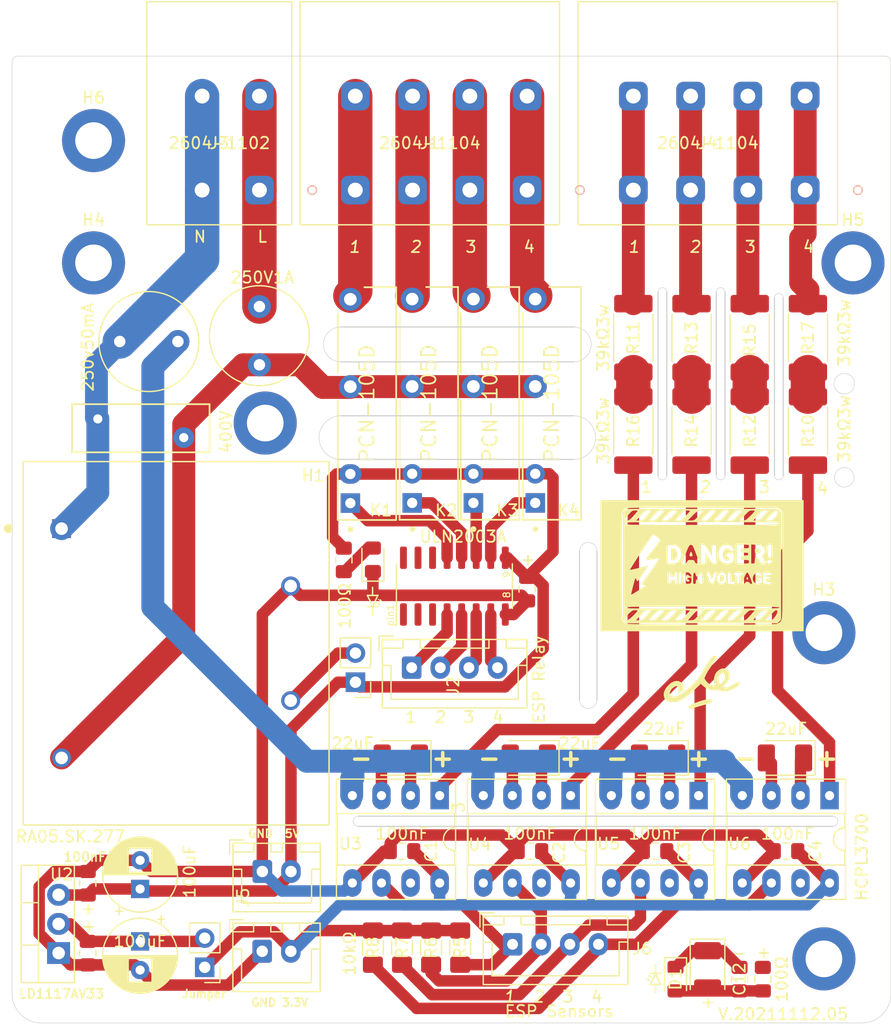
<source format=kicad_pcb>
(kicad_pcb (version 20171130) (host pcbnew "(5.1.12)-1")
  (layers (0 F.Cu signal) (31 B.Cu signal) (34 B.Paste user hide) (35 F.Paste user hide) (36 B.SilkS user hide) (37 F.SilkS user) (38 B.Mask user hide) (39 F.Mask user hide) (44 Edge.Cuts user))
  (net 0 "")
  (net 1 "220VAC(L)")
  (net 2 "220VAC(N)")
  (net 3 5V+)
  (net 4 3.3V+)
  (net 5 Sens4)
  (net 6 Sens3)
  (net 7 Sens2)
  (net 8 Sens1)
  (net 9 REO4)
  (net 10 REO3)
  (net 11 REO2)
  (net 12 REO1)
  (net 13 "GND(5V)")
  (net 14 REI1)
  (net 15 REI2)
  (net 16 REI3)
  (net 17 REI4)
  (net 18 EspSens1)
  (net 19 EspSens2)
  (net 20 EspSens3)
  (net 21 EspSens4)
  (net 22 EspRel1)
  (net 23 EspRel2)
  (net 24 EspRel3)
  (net 25 EspRel4)
  (net 26 "Net-(D9-Pad2)")
  (net 27 "Net-(J9-Pad2)")
  (net 28 "Net-(100uF_2-Pad1)")
  (net 29 "Net-(R10-Pad1)")
  (net 30 "Net-(R11-Pad2)")
  (net 31 "Net-(R12-Pad1)")
  (net 32 "Net-(R13-Pad2)")
  (net 33 "Net-(R10-Pad2)")
  (net 34 "Net-(R12-Pad2)")
  (net 35 "Net-(R14-Pad2)")
  (net 36 "Net-(R16-Pad2)")
  (net 37 "Net-(C8-Pad2)")
  (net 38 "Net-(C8-Pad1)")
  (net 39 "Net-(C9-Pad2)")
  (net 40 "Net-(C9-Pad1)")
  (net 41 "Net-(C10-Pad2)")
  (net 42 "Net-(C10-Pad1)")
  (net 43 "Net-(C11-Pad2)")
  (net 44 "Net-(C11-Pad1)")
  (net 45 L_IN)
  (net 46 N_IN)
  (net 47 "Net-(C12-Pad2)")
  (net 48 "Net-(C12-Pad1)")
  (module MountingHole:MountingHole_3.2mm_M3_ISO14580_Pad (layer F.Cu) (at 132.2705 74.7395)
    (fp_text reference H6 (at 0 -3.75) (layer F.SilkS))
    (fp_text value MountingHole_Pad)
    (pad 1 thru_hole circle (at 0 0) (size 5.5 5.5) (drill 3.2) (layers *.Cu *.Mask))
  )
  (module MountingHole:MountingHole_3.2mm_M3_ISO14580_Pad (layer F.Cu) (at 198.5645 85.4075)
    (fp_text reference H5 (at 0 -3.75) (layer F.SilkS))
    (fp_text value MountingHole_Pad)
    (pad 1 thru_hole circle (at 0 0) (size 5.5 5.5) (drill 3.2) (layers *.Cu *.Mask))
  )
  (module MountingHole:MountingHole_3.2mm_M3_ISO14580_Pad (layer F.Cu) (at 132.2705 85.4075)
    (fp_text reference H4 (at 0 -3.75) (layer F.SilkS))
    (fp_text value MountingHole_Pad)
    (pad 1 thru_hole circle (at 0 0) (size 5.5 5.5) (drill 3.2) (layers *.Cu *.Mask))
  )
  (module wago-2604-1104:big_pads_2604-1104 (layer F.Cu) (at 194.3875 79.0575 180)
    (fp_text reference J4 (at 8.499998 4.099999) (layer F.SilkS))
    (fp_text value 2604-1104 (at 8.499998 4.099999) (layer F.SilkS))
    (fp_text user * (at 0 0) (layer F.SilkS))
    (pad 1 thru_hole roundrect (at 0 0 180) (size 2.5 2.5) (drill 1.2954) (layers *.Cu *.Mask) (net 5 Sens4))
    (pad 3 thru_hole roundrect (at 5 0 180) (size 2.5 2.5) (drill 1.2954) (layers *.Cu *.Mask) (net 6 Sens3))
    (pad 5 thru_hole roundrect (at 10 0 180) (size 2.5 2.5) (drill 1.2954) (layers *.Cu *.Mask) (net 7 Sens2))
    (pad 7 thru_hole roundrect (at 15 0 180) (size 2.5 2.5) (drill 1.2954) (layers *.Cu *.Mask) (net 8 Sens1))
    (pad 2 thru_hole roundrect (at 0 8.199999 180) (size 2.5 2.5) (drill 1.2954) (layers *.Cu *.Mask) (net 5 Sens4))
    (pad 4 thru_hole roundrect (at 5 8.199999 180) (size 2.5 2.5) (drill 1.2954) (layers *.Cu *.Mask) (net 6 Sens3))
    (pad 6 thru_hole roundrect (at 10 8.199999 180) (size 2.5 2.5) (drill 1.2954) (layers *.Cu *.Mask) (net 7 Sens2))
    (pad 8 thru_hole roundrect (at 15 8.199999 180) (size 2.5 2.5) (drill 1.2954) (layers *.Cu *.Mask) (net 8 Sens1))
  )
  (module wago-2604-1102:big_pads_2604-1102 (layer F.Cu) (at 146.7485 79.0575 180)
    (fp_text reference J3 (at 3.499998 4.099999) (layer F.SilkS))
    (fp_text value 2604-1102 (at 3.499998 4.099999) (layer F.SilkS))
    (fp_text user * (at 0 0) (layer F.SilkS))
    (pad 1 thru_hole roundrect (at 0 0 180) (size 2.5 2.5) (drill 1.2954) (layers *.Cu *.Mask) (net 45 L_IN))
    (pad 3 thru_hole roundrect (at 5 0 180) (size 2.5 2.5) (drill 1.2954) (layers *.Cu *.Mask) (net 46 N_IN))
    (pad 2 thru_hole roundrect (at 0 8.199999 180) (size 2.5 2.5) (drill 1.2954) (layers *.Cu *.Mask) (net 45 L_IN))
    (pad 4 thru_hole roundrect (at 5 8.199999 180) (size 2.5 2.5) (drill 1.2954) (layers *.Cu *.Mask) (net 46 N_IN))
  )
  (module wago-2604-1104:big_pads_2604-1104 (layer F.Cu) (at 170.1165 79.0575 180)
    (fp_text reference J1 (at 8.499998 4.099999) (layer F.SilkS))
    (fp_text value 2604-1104 (at 8.499998 4.099999) (layer F.SilkS))
    (fp_text user * (at 0 0) (layer F.SilkS))
    (pad 1 thru_hole roundrect (at 0 0 180) (size 2.5 2.5) (drill 1.2954) (layers *.Cu *.Mask) (net 9 REO4))
    (pad 3 thru_hole roundrect (at 5 0 180) (size 2.5 2.5) (drill 1.2954) (layers *.Cu *.Mask) (net 10 REO3))
    (pad 5 thru_hole roundrect (at 10 0 180) (size 2.5 2.5) (drill 1.2954) (layers *.Cu *.Mask) (net 11 REO2))
    (pad 7 thru_hole roundrect (at 15 0 180) (size 2.5 2.5) (drill 1.2954) (layers *.Cu *.Mask) (net 12 REO1))
    (pad 2 thru_hole roundrect (at 0 8.199999 180) (size 2.5 2.5) (drill 1.2954) (layers *.Cu *.Mask) (net 9 REO4))
    (pad 4 thru_hole roundrect (at 5 8.199999 180) (size 2.5 2.5) (drill 1.2954) (layers *.Cu *.Mask) (net 10 REO3))
    (pad 6 thru_hole roundrect (at 10 8.199999 180) (size 2.5 2.5) (drill 1.2954) (layers *.Cu *.Mask) (net 11 REO2))
    (pad 8 thru_hole roundrect (at 15 8.199999 180) (size 2.5 2.5) (drill 1.2954) (layers *.Cu *.Mask) (net 12 REO1))
  )
  (module PCN:bigpads_TE_Connectivity-PCN-124D (layer F.Cu) (at 156.136 97.682499 90)
    (fp_text reference K1 (at -9.315001 2.2965) (layer F.SilkS) (effects (justify right)))
    (fp_text value PCN-105D (at 0 0 90) (layer F.SilkS) (effects (font (size 1.27 1.27))))
    (pad A1 thru_hole rect (at -8.680001 -1.45 90) (size 1.7 1.7) (drill 0.9) (layers *.Cu *.Mask) (net 14 REI1))
    (pad A2 thru_hole oval (at -6.140001 -1.45 90) (size 1.7 1.95) (drill 0.9) (layers *.Cu *.Mask) (net 3 5V+))
    (pad 14 thru_hole circle (at 1.479999 -1.45 90) (size 2 2) (drill 1.1) (layers *.Cu *.Mask) (net 1 "220VAC(L)"))
    (pad 11 thru_hole circle (at 9.099999 -1.45 90) (size 2 2) (drill 1.1) (layers *.Cu *.Mask) (net 12 REO1))
  )
  (module PCN:bigpads_TE_Connectivity-PCN-124D (layer F.Cu) (at 172.2755 97.663 90)
    (fp_text reference K4 (at -9.3345 0.381 180) (layer F.SilkS) (effects (justify left)))
    (fp_text value PCN-105D (at 0 0 90) (layer F.SilkS) (effects (font (size 1.27 1.27))))
    (pad A1 thru_hole rect (at -8.680001 -1.45 90) (size 1.7 1.7) (drill 0.9) (layers *.Cu *.Mask) (net 17 REI4))
    (pad A2 thru_hole circle (at -6.140001 -1.45 90) (size 1.7 1.7) (drill 0.9) (layers *.Cu *.Mask) (net 3 5V+))
    (pad 14 thru_hole circle (at 1.479999 -1.45 90) (size 2 2) (drill 1.1) (layers *.Cu *.Mask) (net 1 "220VAC(L)"))
    (pad 11 thru_hole circle (at 9.099999 -1.45 90) (size 2 2) (drill 1.1) (layers *.Cu *.Mask) (net 9 REO4))
  )
  (module PCN:bigpads_TE_Connectivity-PCN-124D (layer F.Cu) (at 166.878 97.663 90)
    (fp_text reference K3 (at -9.3345 0.4445 180) (layer F.SilkS) (effects (justify left)))
    (fp_text value PCN-105D (at 0 0 90) (layer F.SilkS) (effects (font (size 1.27 1.27))))
    (pad A1 thru_hole rect (at -8.680001 -1.45 90) (size 1.7 1.7) (drill 0.9) (layers *.Cu *.Mask) (net 16 REI3))
    (pad A2 thru_hole circle (at -6.140001 -1.45 90) (size 1.7 1.7) (drill 0.9) (layers *.Cu *.Mask) (net 3 5V+))
    (pad 14 thru_hole circle (at 1.479999 -1.45 90) (size 2 2) (drill 1.1) (layers *.Cu *.Mask) (net 1 "220VAC(L)"))
    (pad 11 thru_hole circle (at 9.099999 -1.45 90) (size 2 2) (drill 1.1) (layers *.Cu *.Mask) (net 10 REO3))
  )
  (module PCN:bigpads_TE_Connectivity-PCN-124D (layer F.Cu) (at 161.5335 97.663 90)
    (fp_text reference K2 (at -9.3345 0.455 180) (layer F.SilkS) (effects (justify left)))
    (fp_text value PCN-105D (at 0 0 90) (layer F.SilkS) (effects (font (size 1.27 1.27))))
    (pad A1 thru_hole rect (at -8.680001 -1.45 90) (size 1.7 1.7) (drill 0.9) (layers *.Cu *.Mask) (net 15 REI2))
    (pad A2 thru_hole circle (at -6.140001 -1.45 90) (size 1.7 1.7) (drill 0.9) (layers *.Cu *.Mask) (net 3 5V+))
    (pad 14 thru_hole circle (at 1.479999 -1.45 90) (size 2 2) (drill 1.1) (layers *.Cu *.Mask) (net 1 "220VAC(L)"))
    (pad 11 thru_hole circle (at 9.099999 -1.45 90) (size 2 2) (drill 1.1) (layers *.Cu *.Mask) (net 11 REO2))
  )
  (module icons:led_6000dpi (layer F.Cu) (at 181.1655 147.828 90)
    (fp_text reference G*** hide)
    (fp_text value LOGO hide)
  )
  (module Resistor_SMD:R_0805_2012Metric_Pad1.15x1.40mm_HandSolder (layer F.Cu) (at 190.6905 147.8825 90)
    (fp_text reference R1)
    (fp_text value 100Ω (at 0 1.65 90) (layer F.SilkS))
    (fp_text user + (at 2.277 0 90) (layer F.SilkS))
    (pad 2 smd roundrect (at 1.025 0 90) (size 1.15 1.4) (layers F.Cu F.Paste F.Mask) (roundrect_rratio 0.217391))
    (pad 1 smd roundrect (at -1.025 0 90) (size 1.15 1.4) (layers F.Cu F.Paste F.Mask) (roundrect_rratio 0.217391) (net 48 "Net-(C12-Pad1)"))
  )
  (module LED_SMD:LED_0805_2012Metric_Pad1.15x1.40mm_HandSolder (layer F.Cu) (at 183.0705 147.8825 270)
    (fp_text reference D1 (at 0 0 90) (layer F.SilkS))
    (fp_text value LED)
    (pad 2 smd roundrect (at 1.025 0 270) (size 1.15 1.4) (layers F.Cu F.Paste F.Mask) (roundrect_rratio 0.217391) (net 48 "Net-(C12-Pad1)"))
    (pad 1 smd roundrect (at -1.025 0 270) (size 1.15 1.4) (layers F.Cu F.Paste F.Mask) (roundrect_rratio 0.217391) (net 47 "Net-(C12-Pad2)"))
  )
  (module Capacitor_Tantalum_SMD:CP_EIA-3528-21_Kemet-B_Pad1.50x2.35mm_HandSolder (layer F.Cu) (at 185.8645 147.0285 270)
    (fp_text reference C13)
    (fp_text value 22uF)
    (fp_text user + (at 2.895 0 270) (layer F.SilkS))
    (pad 2 smd roundrect (at 1.625 0 270) (size 1.5 2.35) (layers F.Cu F.Paste F.Mask) (roundrect_rratio 0.166667) (net 48 "Net-(C12-Pad1)"))
    (pad 1 smd roundrect (at -1.625 0 270) (size 1.5 2.35) (layers F.Cu F.Paste F.Mask) (roundrect_rratio 0.166667) (net 47 "Net-(C12-Pad2)"))
  )
  (module Capacitor_SMD:C_0805_2012Metric_Pad1.15x1.40mm_HandSolder (layer F.Cu) (at 188.6585 147.8825 90)
    (fp_text reference C12 (at 0 0 90) (layer F.SilkS))
    (fp_text value 100nF)
    (fp_text user - (at 2.277 0 180) (layer F.SilkS))
    (pad 2 smd roundrect (at 1.025 0 90) (size 1.15 1.4) (layers F.Cu F.Paste F.Mask) (roundrect_rratio 0.217391) (net 47 "Net-(C12-Pad2)"))
    (pad 1 smd roundrect (at -1.025 0 90) (size 1.15 1.4) (layers F.Cu F.Paste F.Mask) (roundrect_rratio 0.217391) (net 48 "Net-(C12-Pad1)"))
  )
  (module Capacitor_SMD:C_0805_2012Metric_Pad1.15x1.40mm_HandSolder (layer F.Cu) (at 131.7625 139.5185 90)
    (fp_text reference C7)
    (fp_text value 100nF (at 2.295 -0.254 180) (layer F.SilkS) (effects (font (size 0.8 0.8))))
    (fp_text user + (at -2.277 0 270) (layer F.SilkS))
    (pad 2 smd roundrect (at 1.025 0 90) (size 1.15 1.4) (layers F.Cu F.Paste F.Mask) (roundrect_rratio 0.217391) (net 13 "GND(5V)"))
    (pad 1 smd roundrect (at -1.025 0 90) (size 1.15 1.4) (layers F.Cu F.Paste F.Mask) (roundrect_rratio 0.217391) (net 3 5V+))
  )
  (module Capacitor_SMD:C_0805_2012Metric_Pad1.15x1.40mm_HandSolder (layer F.Cu) (at 131.7625 145.6145 270)
    (fp_text reference C5)
    (fp_text value 100nF)
    (fp_text user + (at -2.295 0 270) (layer F.SilkS))
    (pad 2 smd roundrect (at 1.025 0 270) (size 1.15 1.4) (layers F.Cu F.Paste F.Mask) (roundrect_rratio 0.217391) (net 13 "GND(5V)"))
    (pad 1 smd roundrect (at -1.025 0 270) (size 1.15 1.4) (layers F.Cu F.Paste F.Mask) (roundrect_rratio 0.217391) (net 28 "Net-(100uF_2-Pad1)"))
  )
  (module Capacitor_THT:CP_Radial_D6.3mm_P2.50mm (layer F.Cu) (at 136.3345 144.5895 270)
    (fp_text reference 100uF_2 hide)
    (fp_text value 100uF hide)
    (fp_text user 100uF (at 0 0) (layer F.SilkS))
    (pad 2 thru_hole circle (at 2.5 0 270) (size 1.6 1.6) (drill 0.8) (layers *.Cu *.Mask) (net 13 "GND(5V)"))
    (pad 1 thru_hole rect (at 0 0 270) (size 1.6 1.6) (drill 0.8) (layers *.Cu *.Mask) (net 28 "Net-(100uF_2-Pad1)"))
  )
  (module Capacitor_THT:CP_Radial_D6.3mm_P2.50mm (layer F.Cu) (at 136.3345 140.0175 90)
    (fp_text reference 100uF_1 hide)
    (fp_text value 100uF hide)
    (fp_text user 100uF (at 1.524 4.318 270) (layer F.SilkS))
    (pad 2 thru_hole circle (at 2.5 0 90) (size 1.6 1.6) (drill 0.8) (layers *.Cu *.Mask) (net 13 "GND(5V)"))
    (pad 1 thru_hole rect (at 0 0 90) (size 1.6 1.6) (drill 0.8) (layers *.Cu *.Mask) (net 3 5V+))
  )
  (module Package_TO_SOT_THT:TO-220-3_Vertical (layer F.Cu) (at 129.2225 145.6055 90)
    (fp_text reference U2 (at 6.858 0.254 180) (layer F.SilkS))
    (fp_text value LD1117AV33_TO220)
    (pad 3 thru_hole oval (at 5.08 0 90) (size 1.905 2) (drill 1.1) (layers *.Cu *.Mask) (net 3 5V+))
    (pad 2 thru_hole oval (at 2.54 0 90) (size 1.905 2) (drill 1.1) (layers *.Cu *.Mask) (net 28 "Net-(100uF_2-Pad1)"))
    (pad 1 thru_hole rect (at 0 0 90) (size 1.905 2) (drill 1.1) (layers *.Cu *.Mask) (net 13 "GND(5V)"))
  )
  (module Connector_JST:JST_XH_B4B-XH-A_1x04_P2.50mm_Vertical (layer F.Cu) (at 168.8465 144.8435)
    (fp_text reference J6 (at 11.303 0.381 180) (layer F.SilkS))
    (fp_text value "ESP Sensors" (at 4.064 5.842) (layer F.SilkS))
    (pad 4 thru_hole oval (at 7.5 0) (size 1.7 1.95) (drill 0.95) (layers *.Cu *.Mask) (net 18 EspSens1))
    (pad 3 thru_hole oval (at 5 0) (size 1.7 1.95) (drill 0.95) (layers *.Cu *.Mask) (net 19 EspSens2))
    (pad 2 thru_hole oval (at 2.5 0) (size 1.7 1.95) (drill 0.95) (layers *.Cu *.Mask) (net 20 EspSens3))
    (pad 1 thru_hole roundrect (at 0 0) (size 1.7 1.95) (drill 0.95) (layers *.Cu *.Mask) (roundrect_rratio 0.147059) (net 21 EspSens4))
  )
  (module LED_SMD:LED_0805_2012Metric_Pad1.15x1.40mm_HandSolder (layer F.Cu) (at 156.6545 111.3065 90)
    (fp_text reference D9 hide)
    (fp_text value LED hide)
    (pad 2 smd roundrect (at 1.025 0 90) (size 1.15 1.4) (layers F.Cu F.Paste F.Mask) (roundrect_rratio 0.217391) (net 26 "Net-(D9-Pad2)"))
    (pad 1 smd roundrect (at -1.025 0 90) (size 1.15 1.4) (layers F.Cu F.Paste F.Mask) (roundrect_rratio 0.217391) (net 13 "GND(5V)"))
  )
  (module Resistor_SMD:R_0805_2012Metric_Pad1.15x1.40mm_HandSolder (layer F.Cu) (at 154.1145 111.3155 90)
    (fp_text reference R9 hide)
    (fp_text value 100Ω (at -4.0132 0.0762 90) (layer F.SilkS))
    (pad 2 smd roundrect (at 1.025 0 90) (size 1.15 1.4) (layers F.Cu F.Paste F.Mask) (roundrect_rratio 0.217391) (net 3 5V+))
    (pad 1 smd roundrect (at -1.025 0 90) (size 1.15 1.4) (layers F.Cu F.Paste F.Mask) (roundrect_rratio 0.217391) (net 26 "Net-(D9-Pad2)"))
  )
  (module Capacitor_SMD:C_0805_2012Metric_Pad1.15x1.40mm_HandSolder (layer F.Cu) (at 170.1165 113.8645 270)
    (fp_text reference C6)
    (fp_text value 100nF)
    (fp_text user + (at -2.531 0 270) (layer F.SilkS))
    (pad 2 smd roundrect (at 1.025 0 270) (size 1.15 1.4) (layers F.Cu F.Paste F.Mask) (roundrect_rratio 0.217391) (net 13 "GND(5V)"))
    (pad 1 smd roundrect (at -1.025 0 270) (size 1.15 1.4) (layers F.Cu F.Paste F.Mask) (roundrect_rratio 0.217391) (net 3 5V+))
  )
  (module Resistor_SMD:R_1206_3216Metric_Pad1.42x1.75mm_HandSolder (layer F.Cu) (at 156.6545 145.134 90)
    (fp_text reference R8 (at 0 0 90) (layer F.SilkS))
    (fp_text value 10kΩ (at -0.508 -2.032 90) (layer F.SilkS))
    (pad 2 smd roundrect (at 1.4875 0 90) (size 1.425 1.75) (layers F.Cu F.Paste F.Mask) (roundrect_rratio 0.175439) (net 4 3.3V+))
    (pad 1 smd roundrect (at -1.4875 0 90) (size 1.425 1.75) (layers F.Cu F.Paste F.Mask) (roundrect_rratio 0.175439) (net 18 EspSens1))
  )
  (module Resistor_SMD:R_1206_3216Metric_Pad1.42x1.75mm_HandSolder (layer F.Cu) (at 159.1945 145.134 90)
    (fp_text reference R7 (at -0.009 0 90) (layer F.SilkS))
    (fp_text value 10kΩ)
    (pad 2 smd roundrect (at 1.4875 0 90) (size 1.425 1.75) (layers F.Cu F.Paste F.Mask) (roundrect_rratio 0.175439) (net 4 3.3V+))
    (pad 1 smd roundrect (at -1.4875 0 90) (size 1.425 1.75) (layers F.Cu F.Paste F.Mask) (roundrect_rratio 0.175439) (net 19 EspSens2))
  )
  (module Resistor_SMD:R_1206_3216Metric_Pad1.42x1.75mm_HandSolder (layer F.Cu) (at 161.7345 145.134 90)
    (fp_text reference R6 (at 0 0 90) (layer F.SilkS))
    (fp_text value 10kΩ)
    (pad 2 smd roundrect (at 1.4875 0 90) (size 1.425 1.75) (layers F.Cu F.Paste F.Mask) (roundrect_rratio 0.175439) (net 4 3.3V+))
    (pad 1 smd roundrect (at -1.4875 0 90) (size 1.425 1.75) (layers F.Cu F.Paste F.Mask) (roundrect_rratio 0.175439) (net 20 EspSens3))
  )
  (module Resistor_SMD:R_1206_3216Metric_Pad1.42x1.75mm_HandSolder (layer F.Cu) (at 164.2745 145.134 90)
    (fp_text reference R5 (at 0 0 90) (layer F.SilkS))
    (fp_text value 10kΩ)
    (pad 2 smd roundrect (at 1.4875 0 90) (size 1.425 1.75) (layers F.Cu F.Paste F.Mask) (roundrect_rratio 0.175439) (net 4 3.3V+))
    (pad 1 smd roundrect (at -1.4875 0 90) (size 1.425 1.75) (layers F.Cu F.Paste F.Mask) (roundrect_rratio 0.175439) (net 21 EspSens4))
  )
  (module icons:led_6000dpi (layer F.Cu) (at 156.7815 114.935 270)
    (fp_text reference G*** hide)
    (fp_text value LOGO hide)
  )
  (module icons:che (layer F.Cu) (at 185.3565 121.9835)
    (fp_text reference G*** hide)
    (fp_text value LOGO hide)
  )
  (module rac05-05sk:277 (layer F.Cu) (at 139.4765 118.5875)
    (fp_text reference RA05.SK.277 (at -9.238 16.858 180) (layer F.SilkS))
    (fp_text value RAC05.05SK.277)
    (pad 9 thru_hole circle (at 10 -5) (size 1.65 1.65) (drill 1.1) (layers *.Cu *.Mask) (net 13 "GND(5V)"))
    (pad 7 thru_hole circle (at 10 5) (size 1.65 1.65) (drill 1.1) (layers *.Cu *.Mask) (net 27 "Net-(J9-Pad2)"))
    (pad 5 thru_hole circle (at -10 10) (size 1.65 1.65) (drill 1.1) (layers *.Cu *.Mask) (net 1 "220VAC(L)"))
    (pad 1 thru_hole rect (at -10 -10) (size 1.65 1.65) (drill 1.1) (layers *.Cu *.Mask) (net 46 N_IN))
  )
  (module Package_SO:SOIC-16_3.9x9.9mm_P1.27mm (layer F.Cu) (at 163.7665 113.6015 90)
    (fp_text reference U1 hide)
    (fp_text value ULN2003A (at 4.318 0.762) (layer F.SilkS))
    (fp_text user pin1 (at -2.54 -5.588 90) (layer F.SilkS) (effects (font (size 0.6 0.6) (thickness 0.1))))
    (fp_text user 9 (at 1.016 4.572 90) (layer F.SilkS) (effects (font (size 0.6 0.6) (thickness 0.1))))
    (fp_text user 8 (at -0.762 4.572 90) (layer F.SilkS) (effects (font (size 0.6 0.6) (thickness 0.1))))
    (pad 1 smd roundrect (at -2.475 -4.445 90) (size 1.95 0.6) (layers F.Cu F.Paste F.Mask))
    (pad 2 smd roundrect (at -2.475 -3.175 90) (size 1.95 0.6) (layers F.Cu F.Paste F.Mask))
    (pad 3 smd roundrect (at -2.475 -1.905 90) (size 1.95 0.6) (layers F.Cu F.Paste F.Mask))
    (pad 4 smd roundrect (at -2.475 -0.635 90) (size 1.95 0.6) (layers F.Cu F.Paste F.Mask) (net 25 EspRel4))
    (pad 5 smd roundrect (at -2.475 0.635 90) (size 1.95 0.6) (layers F.Cu F.Paste F.Mask) (net 24 EspRel3))
    (pad 6 smd roundrect (at -2.475 1.905 90) (size 1.95 0.6) (layers F.Cu F.Paste F.Mask) (net 23 EspRel2))
    (pad 7 smd roundrect (at -2.475 3.175 90) (size 1.95 0.6) (layers F.Cu F.Paste F.Mask) (net 22 EspRel1))
    (pad 8 smd roundrect (at -2.475 4.445 90) (size 1.95 0.6) (layers F.Cu F.Paste F.Mask) (net 13 "GND(5V)"))
    (pad 9 smd roundrect (at 2.475 4.445 90) (size 1.95 0.6) (layers F.Cu F.Paste F.Mask) (net 3 5V+))
    (pad 10 smd roundrect (at 2.475 3.175 90) (size 1.95 0.6) (layers F.Cu F.Paste F.Mask) (net 17 REI4))
    (pad 11 smd roundrect (at 2.475 1.905 90) (size 1.95 0.6) (layers F.Cu F.Paste F.Mask) (net 16 REI3))
    (pad 12 smd roundrect (at 2.475 0.635 90) (size 1.95 0.6) (layers F.Cu F.Paste F.Mask) (net 15 REI2))
    (pad 13 smd roundrect (at 2.475 -0.635 90) (size 1.95 0.6) (layers F.Cu F.Paste F.Mask) (net 14 REI1))
    (pad 14 smd roundrect (at 2.475 -1.905 90) (size 1.95 0.6) (layers F.Cu F.Paste F.Mask))
    (pad 15 smd roundrect (at 2.475 -3.175 90) (size 1.95 0.6) (layers F.Cu F.Paste F.Mask))
    (pad 16 smd roundrect (at 2.475 -4.445 90) (size 1.95 0.6) (layers F.Cu F.Paste F.Mask))
  )
  (module Capacitor_Tantalum_SMD:CP_EIA-3528-21_Kemet-B_Pad1.50x2.35mm_HandSolder (layer F.Cu) (at 192.6215 128.5875 180)
    (fp_text reference C11 hide)
    (fp_text value 22uF (at -0.101 2.54 180) (layer F.SilkS))
    (pad 2 smd roundrect (at 1.625 0 180) (size 1.5 2.35) (layers F.Cu F.Paste F.Mask) (roundrect_rratio 0.166667) (net 43 "Net-(C11-Pad2)"))
    (pad 1 smd roundrect (at -1.625 0 180) (size 1.5 2.35) (layers F.Cu F.Paste F.Mask) (roundrect_rratio 0.166667) (net 44 "Net-(C11-Pad1)"))
  )
  (module Capacitor_Tantalum_SMD:CP_EIA-3528-21_Kemet-B_Pad1.50x2.35mm_HandSolder (layer F.Cu) (at 181.5465 128.5875 180)
    (fp_text reference C10 hide)
    (fp_text value 22uF (at -0.508 2.54 180) (layer F.SilkS))
    (pad 2 smd roundrect (at 1.625 0 180) (size 1.5 2.35) (layers F.Cu F.Paste F.Mask) (roundrect_rratio 0.166667) (net 41 "Net-(C10-Pad2)"))
    (pad 1 smd roundrect (at -1.625 0 180) (size 1.5 2.35) (layers F.Cu F.Paste F.Mask) (roundrect_rratio 0.166667) (net 42 "Net-(C10-Pad1)"))
  )
  (module Capacitor_Tantalum_SMD:CP_EIA-3528-21_Kemet-B_Pad1.50x2.35mm_HandSolder (layer F.Cu) (at 170.2695 128.5875 180)
    (fp_text reference C9 hide)
    (fp_text value 22uF (at -4.419 1.27 180) (layer F.SilkS))
    (pad 2 smd roundrect (at 1.625 0 180) (size 1.5 2.35) (layers F.Cu F.Paste F.Mask) (roundrect_rratio 0.166667) (net 39 "Net-(C9-Pad2)"))
    (pad 1 smd roundrect (at -1.625 0 180) (size 1.5 2.35) (layers F.Cu F.Paste F.Mask) (roundrect_rratio 0.166667) (net 40 "Net-(C9-Pad1)"))
  )
  (module Capacitor_Tantalum_SMD:CP_EIA-3528-21_Kemet-B_Pad1.50x2.35mm_HandSolder (layer F.Cu) (at 159.0935 128.5875 180)
    (fp_text reference C8 hide)
    (fp_text value 22uF (at 4.217 1.27 180) (layer F.SilkS))
    (pad 2 smd roundrect (at 1.625 0 180) (size 1.5 2.35) (layers F.Cu F.Paste F.Mask) (roundrect_rratio 0.166667) (net 37 "Net-(C8-Pad2)"))
    (pad 1 smd roundrect (at -1.625 0 180) (size 1.5 2.35) (layers F.Cu F.Paste F.Mask) (roundrect_rratio 0.166667) (net 38 "Net-(C8-Pad1)"))
  )
  (module Fuse:Fuse_Littelfuse_372_D8.50mm (layer F.Cu) (at 134.5565 92.2655)
    (fp_text reference F2 hide)
    (fp_text value 250v50mA (at -2.794 0.508 270) (layer F.SilkS))
    (pad 2 thru_hole circle (at 5.08 0) (size 2 2) (drill 1) (layers *.Cu *.Mask) (net 2 "220VAC(N)"))
    (pad 1 thru_hole circle (at 0 0) (size 2 2) (drill 1) (layers *.Cu *.Mask) (net 46 N_IN))
  )
  (module Resistor_SMD:R_2512_6332Metric_Pad1.52x3.35mm_HandSolder (layer F.Cu) (at 194.6275 91.951 270)
    (fp_text reference R17 (at 0 0 90) (layer F.SilkS))
    (fp_text value 39kΩ3w (at -0.4475 -3.175 90) (layer F.SilkS))
    (pad 2 smd roundrect (at 2.9875 0 270) (size 1.525 3.35) (layers F.Cu F.Paste F.Mask) (roundrect_rratio 0.163934) (net 29 "Net-(R10-Pad1)"))
    (pad 1 smd roundrect (at -2.9875 0 270) (size 1.525 3.35) (layers F.Cu F.Paste F.Mask) (roundrect_rratio 0.163934) (net 5 Sens4))
  )
  (module Resistor_SMD:R_2512_6332Metric_Pad1.52x3.35mm_HandSolder (layer F.Cu) (at 189.5475 91.951 270)
    (fp_text reference R15 (at 0.1875 0 90) (layer F.SilkS))
    (fp_text value 39kΩ3w)
    (pad 2 smd roundrect (at 2.9875 0 270) (size 1.525 3.35) (layers F.Cu F.Paste F.Mask) (roundrect_rratio 0.163934) (net 31 "Net-(R12-Pad1)"))
    (pad 1 smd roundrect (at -2.9875 0 270) (size 1.525 3.35) (layers F.Cu F.Paste F.Mask) (roundrect_rratio 0.163934) (net 6 Sens3))
  )
  (module Resistor_SMD:R_2512_6332Metric_Pad1.52x3.35mm_HandSolder (layer F.Cu) (at 184.4675 91.951 270)
    (fp_text reference R13 (at 0 0 90) (layer F.SilkS))
    (fp_text value 39kΩ3w)
    (pad 2 smd roundrect (at 2.9875 0 270) (size 1.525 3.35) (layers F.Cu F.Paste F.Mask) (roundrect_rratio 0.163934) (net 32 "Net-(R13-Pad2)"))
    (pad 1 smd roundrect (at -2.9875 0 270) (size 1.525 3.35) (layers F.Cu F.Paste F.Mask) (roundrect_rratio 0.163934) (net 7 Sens2))
  )
  (module Resistor_SMD:R_2512_6332Metric_Pad1.52x3.35mm_HandSolder (layer F.Cu) (at 179.3875 91.951 270)
    (fp_text reference R11 (at 0 0 90) (layer F.SilkS))
    (fp_text value 39kΩ3w (at 0 2.62 90) (layer F.SilkS))
    (pad 2 smd roundrect (at 2.9875 0 270) (size 1.525 3.35) (layers F.Cu F.Paste F.Mask) (roundrect_rratio 0.163934) (net 30 "Net-(R11-Pad2)"))
    (pad 1 smd roundrect (at -2.9875 0 270) (size 1.525 3.35) (layers F.Cu F.Paste F.Mask) (roundrect_rratio 0.163934) (net 8 Sens1))
  )
  (module Connector_PinHeader_2.54mm:PinHeader_1x02_P2.54mm_Vertical (layer F.Cu) (at 141.9733 146.8501 180)
    (fp_text reference J11 hide)
    (fp_text value "Current Jumper" hide)
    (fp_text user Jumper (at 0.0508 -2.3114) (layer F.SilkS) (effects (font (size 0.7 0.7))))
    (pad 2 thru_hole oval (at 0 2.54 180) (size 1.7 1.7) (drill 1) (layers *.Cu *.Mask) (net 28 "Net-(100uF_2-Pad1)"))
    (pad 1 thru_hole rect (at 0 0 180) (size 1.7 1.7) (drill 1) (layers *.Cu *.Mask) (net 4 3.3V+))
  )
  (module Connector_JST:JST_XH_B2B-XH-A_1x02_P2.50mm_Vertical (layer F.Cu) (at 146.9917 145.4531)
    (fp_text reference J10 hide)
    (fp_text value "GND 3.3V" (at 1.5348 4.4704) (layer F.SilkS) (effects (font (size 0.7 0.7))))
    (pad 2 thru_hole oval (at 2.5 0) (size 1.7 2) (drill 1) (layers *.Cu *.Mask) (net 4 3.3V+))
    (pad 1 thru_hole roundrect (at 0 0) (size 1.7 2) (drill 1) (layers *.Cu *.Mask) (roundrect_rratio 0.147059) (net 13 "GND(5V)"))
  )
  (module Capacitor_SMD:C_0805_2012Metric_Pad1.15x1.40mm_HandSolder (layer F.Cu) (at 192.7135 136.7155 180)
    (fp_text reference C4 (at -2.549 0 90) (layer F.SilkS))
    (fp_text value 100nF (at -0.136 1.524) (layer F.SilkS))
    (pad 2 smd roundrect (at 1.025 0 180) (size 1.15 1.4) (layers F.Cu F.Paste F.Mask) (roundrect_rratio 0.217391) (net 13 "GND(5V)"))
    (pad 1 smd roundrect (at -1.025 0 180) (size 1.15 1.4) (layers F.Cu F.Paste F.Mask) (roundrect_rratio 0.217391) (net 4 3.3V+))
  )
  (module Capacitor_SMD:C_0805_2012Metric_Pad1.15x1.40mm_HandSolder (layer F.Cu) (at 181.2835 136.7155 180)
    (fp_text reference C3 (at -2.549 -0.127 90) (layer F.SilkS))
    (fp_text value 100nF (at -0.009 1.524) (layer F.SilkS))
    (pad 2 smd roundrect (at 1.025 0 180) (size 1.15 1.4) (layers F.Cu F.Paste F.Mask) (roundrect_rratio 0.217391) (net 13 "GND(5V)"))
    (pad 1 smd roundrect (at -1.025 0 180) (size 1.15 1.4) (layers F.Cu F.Paste F.Mask) (roundrect_rratio 0.217391) (net 4 3.3V+))
  )
  (module Capacitor_SMD:C_0805_2012Metric_Pad1.15x1.40mm_HandSolder (layer F.Cu) (at 159.1945 136.7155 180)
    (fp_text reference C1 (at -2.54 0 90) (layer F.SilkS))
    (fp_text value 100nF (at 0 1.524) (layer F.SilkS))
    (pad 2 smd roundrect (at 1.025 0 180) (size 1.15 1.4) (layers F.Cu F.Paste F.Mask) (roundrect_rratio 0.217391) (net 13 "GND(5V)"))
    (pad 1 smd roundrect (at -1.025 0 180) (size 1.15 1.4) (layers F.Cu F.Paste F.Mask) (roundrect_rratio 0.217391) (net 4 3.3V+))
  )
  (module Capacitor_SMD:C_0805_2012Metric_Pad1.15x1.40mm_HandSolder (layer F.Cu) (at 170.3615 136.7155 180)
    (fp_text reference C2 (at -2.549 -0.127 90) (layer F.SilkS))
    (fp_text value 100nF (at 0 1.524) (layer F.SilkS))
    (pad 2 smd roundrect (at 1.025 0 180) (size 1.15 1.4) (layers F.Cu F.Paste F.Mask) (roundrect_rratio 0.217391) (net 13 "GND(5V)"))
    (pad 1 smd roundrect (at -1.025 0 180) (size 1.15 1.4) (layers F.Cu F.Paste F.Mask) (roundrect_rratio 0.217391) (net 4 3.3V+))
  )
  (module Resistor_SMD:R_2512_6332Metric_Pad1.52x3.35mm_HandSolder (layer F.Cu) (at 179.3875 100.061 270)
    (fp_text reference R16 (at 0 0 90) (layer F.SilkS))
    (fp_text value 39kΩ3w (at 0 2.62 90) (layer F.SilkS))
    (pad 2 smd roundrect (at 2.9875 0 270) (size 1.525 3.35) (layers F.Cu F.Paste F.Mask) (roundrect_rratio 0.163934) (net 36 "Net-(R16-Pad2)"))
    (pad 1 smd roundrect (at -2.9875 0 270) (size 1.525 3.35) (layers F.Cu F.Paste F.Mask) (roundrect_rratio 0.163934) (net 30 "Net-(R11-Pad2)"))
  )
  (module Resistor_SMD:R_2512_6332Metric_Pad1.52x3.35mm_HandSolder (layer F.Cu) (at 184.4675 100.061 270)
    (fp_text reference R14 (at 0 0 90) (layer F.SilkS))
    (fp_text value 39kΩ3w)
    (pad 2 smd roundrect (at 2.9875 0 270) (size 1.525 3.35) (layers F.Cu F.Paste F.Mask) (roundrect_rratio 0.163934) (net 35 "Net-(R14-Pad2)"))
    (pad 1 smd roundrect (at -2.9875 0 270) (size 1.525 3.35) (layers F.Cu F.Paste F.Mask) (roundrect_rratio 0.163934) (net 32 "Net-(R13-Pad2)"))
  )
  (module Resistor_SMD:R_2512_6332Metric_Pad1.52x3.35mm_HandSolder (layer F.Cu) (at 189.5475 100.061 270)
    (fp_text reference R12 (at 0 0 90) (layer F.SilkS))
    (fp_text value 39kΩ3w)
    (pad 2 smd roundrect (at 2.9875 0 270) (size 1.525 3.35) (layers F.Cu F.Paste F.Mask) (roundrect_rratio 0.163934) (net 34 "Net-(R12-Pad2)"))
    (pad 1 smd roundrect (at -2.9875 0 270) (size 1.525 3.35) (layers F.Cu F.Paste F.Mask) (roundrect_rratio 0.163934) (net 31 "Net-(R12-Pad1)"))
  )
  (module Resistor_SMD:R_2512_6332Metric_Pad1.52x3.35mm_HandSolder (layer F.Cu) (at 194.6275 100.061 270)
    (fp_text reference R10 (at 0 0 90) (layer F.SilkS))
    (fp_text value 39kΩ3w (at -0.1755 -3.175 90) (layer F.SilkS))
    (pad 2 smd roundrect (at 2.9875 0 270) (size 1.525 3.35) (layers F.Cu F.Paste F.Mask) (roundrect_rratio 0.163934) (net 33 "Net-(R10-Pad2)"))
    (pad 1 smd roundrect (at -2.9875 0 270) (size 1.525 3.35) (layers F.Cu F.Paste F.Mask) (roundrect_rratio 0.163934) (net 29 "Net-(R10-Pad1)"))
  )
  (module Connector_PinHeader_2.54mm:PinHeader_1x02_P2.54mm_Vertical (layer F.Cu) (at 155.1305 121.9835 180)
    (fp_text reference J9 hide)
    (fp_text value "Current Jumper" hide)
    (pad 2 thru_hole oval (at 0 2.54 180) (size 1.7 1.7) (drill 1) (layers *.Cu *.Mask) (net 27 "Net-(J9-Pad2)"))
    (pad 1 thru_hole rect (at 0 0 180) (size 1.7 1.7) (drill 1) (layers *.Cu *.Mask) (net 3 5V+))
  )
  (module icons:danger1_negative (layer F.Cu) (at 185.3565 111.8235)
    (fp_text reference G*** hide)
    (fp_text value LOGO hide)
  )
  (module Varistor:RV_Disc_D12mm_W4.2mm_P7.5mm (layer F.Cu) (at 132.6445 99.01417)
    (fp_text reference RV1 hide)
    (fp_text value 400V (at 11.176 1.12533 90) (layer F.SilkS))
    (pad 2 thru_hole circle (at 7.5 1.63333) (size 1.8 1.8) (drill 0.8) (layers *.Cu *.Mask) (net 1 "220VAC(L)"))
    (pad 1 thru_hole circle (at 0 0) (size 1.8 1.8) (drill 0.8) (layers *.Cu *.Mask) (net 46 N_IN))
  )
  (module MountingHole:MountingHole_3.2mm_M3_ISO14580_Pad (layer F.Cu) (at 196.0245 117.6655)
    (fp_text reference H3 (at 0 -3.75) (layer F.SilkS))
    (fp_text value MountingHole_Pad)
    (pad 1 thru_hole circle (at 0 0) (size 5.5 5.5) (drill 3.2) (layers *.Cu *.Mask))
  )
  (module Connector_JST:JST_XH_B4B-XH-A_1x04_P2.50mm_Vertical (layer F.Cu) (at 160.0365 120.7135)
    (fp_text reference J2 (at 3.6322 1.6256 270) (layer F.SilkS))
    (fp_text value "ESP Relays")
    (pad 4 thru_hole oval (at 7.5 0) (size 1.7 1.95) (drill 0.95) (layers *.Cu *.Mask) (net 22 EspRel1))
    (pad 3 thru_hole oval (at 5 0) (size 1.7 1.95) (drill 0.95) (layers *.Cu *.Mask) (net 23 EspRel2))
    (pad 2 thru_hole oval (at 2.5 0) (size 1.7 1.95) (drill 0.95) (layers *.Cu *.Mask) (net 24 EspRel3))
    (pad 1 thru_hole roundrect (at 0 0) (size 1.7 1.95) (drill 0.95) (layers *.Cu *.Mask) (roundrect_rratio 0.147059) (net 25 EspRel4))
  )
  (module Package_DIP:DIP-8_W7.62mm_Socket_LongPads (layer F.Cu) (at 173.9125 131.8735 270)
    (fp_text reference U4 (at 4.2705 7.9235 180) (layer F.SilkS))
    (fp_text value HCPL3700)
    (pad 1 thru_hole rect (at 0 0 270) (size 2.4 1.6) (drill 0.8) (layers *.Cu *.Mask) (net 35 "Net-(R14-Pad2)"))
    (pad 5 thru_hole oval (at 7.62 7.62 270) (size 2.4 1.6) (drill 0.8) (layers *.Cu *.Mask) (net 13 "GND(5V)"))
    (pad 2 thru_hole oval (at 0 2.54 270) (size 2.4 1.6) (drill 0.8) (layers *.Cu *.Mask) (net 40 "Net-(C9-Pad1)"))
    (pad 6 thru_hole oval (at 7.62 5.08 270) (size 2.4 1.6) (drill 0.8) (layers *.Cu *.Mask) (net 20 EspSens3))
    (pad 3 thru_hole oval (at 0 5.08 270) (size 2.4 1.6) (drill 0.8) (layers *.Cu *.Mask) (net 39 "Net-(C9-Pad2)"))
    (pad 7 thru_hole oval (at 7.62 2.54 270) (size 2.4 1.6) (drill 0.8) (layers *.Cu *.Mask))
    (pad 4 thru_hole oval (at 0 7.62 270) (size 2.4 1.6) (drill 0.8) (layers *.Cu *.Mask) (net 2 "220VAC(N)"))
    (pad 8 thru_hole oval (at 7.62 0 270) (size 2.4 1.6) (drill 0.8) (layers *.Cu *.Mask) (net 4 3.3V+))
  )
  (module Package_DIP:DIP-8_W7.62mm_Socket_LongPads (layer F.Cu) (at 196.5185 131.8735 270)
    (fp_text reference U6 (at 4.207 7.86 180) (layer F.SilkS))
    (fp_text value HCPL3700)
    (pad 1 thru_hole rect (at 0 0 270) (size 2.4 1.6) (drill 0.8) (layers *.Cu *.Mask) (net 33 "Net-(R10-Pad2)"))
    (pad 5 thru_hole oval (at 7.62 7.62 270) (size 2.4 1.6) (drill 0.8) (layers *.Cu *.Mask) (net 13 "GND(5V)"))
    (pad 2 thru_hole oval (at 0 2.54 270) (size 2.4 1.6) (drill 0.8) (layers *.Cu *.Mask) (net 44 "Net-(C11-Pad1)"))
    (pad 6 thru_hole oval (at 7.62 5.08 270) (size 2.4 1.6) (drill 0.8) (layers *.Cu *.Mask) (net 18 EspSens1))
    (pad 3 thru_hole oval (at 0 5.08 270) (size 2.4 1.6) (drill 0.8) (layers *.Cu *.Mask) (net 43 "Net-(C11-Pad2)"))
    (pad 7 thru_hole oval (at 7.62 2.54 270) (size 2.4 1.6) (drill 0.8) (layers *.Cu *.Mask))
    (pad 4 thru_hole oval (at 0 7.62 270) (size 2.4 1.6) (drill 0.8) (layers *.Cu *.Mask) (net 2 "220VAC(N)"))
    (pad 8 thru_hole oval (at 7.62 0 270) (size 2.4 1.6) (drill 0.8) (layers *.Cu *.Mask) (net 4 3.3V+))
  )
  (module Package_DIP:DIP-8_W7.62mm_Socket_LongPads (layer F.Cu) (at 185.0885 131.8735 270)
    (fp_text reference U5 (at 4.207 7.86 180) (layer F.SilkS))
    (fp_text value HCPL3700)
    (pad 1 thru_hole rect (at 0 0 270) (size 2.4 1.6) (drill 0.8) (layers *.Cu *.Mask) (net 34 "Net-(R12-Pad2)"))
    (pad 5 thru_hole oval (at 7.62 7.62 270) (size 2.4 1.6) (drill 0.8) (layers *.Cu *.Mask) (net 13 "GND(5V)"))
    (pad 2 thru_hole oval (at 0 2.54 270) (size 2.4 1.6) (drill 0.8) (layers *.Cu *.Mask) (net 42 "Net-(C10-Pad1)"))
    (pad 6 thru_hole oval (at 7.62 5.08 270) (size 2.4 1.6) (drill 0.8) (layers *.Cu *.Mask) (net 19 EspSens2))
    (pad 3 thru_hole oval (at 0 5.08 270) (size 2.4 1.6) (drill 0.8) (layers *.Cu *.Mask) (net 41 "Net-(C10-Pad2)"))
    (pad 7 thru_hole oval (at 7.62 2.54 270) (size 2.4 1.6) (drill 0.8) (layers *.Cu *.Mask))
    (pad 4 thru_hole oval (at 0 7.62 270) (size 2.4 1.6) (drill 0.8) (layers *.Cu *.Mask) (net 2 "220VAC(N)"))
    (pad 8 thru_hole oval (at 7.62 0 270) (size 2.4 1.6) (drill 0.8) (layers *.Cu *.Mask) (net 4 3.3V+))
  )
  (module Package_DIP:DIP-8_W7.62mm_Socket_LongPads (layer F.Cu) (at 162.4825 131.8735 270)
    (fp_text reference U3 (at 4.207 7.7965 180) (layer F.SilkS))
    (fp_text value HCPL3700)
    (pad 1 thru_hole rect (at 0 0 270) (size 2.4 1.6) (drill 0.8) (layers *.Cu *.Mask) (net 36 "Net-(R16-Pad2)"))
    (pad 5 thru_hole oval (at 7.62 7.62 270) (size 2.4 1.6) (drill 0.8) (layers *.Cu *.Mask) (net 13 "GND(5V)"))
    (pad 2 thru_hole oval (at 0 2.54 270) (size 2.4 1.6) (drill 0.8) (layers *.Cu *.Mask) (net 38 "Net-(C8-Pad1)"))
    (pad 6 thru_hole oval (at 7.62 5.08 270) (size 2.4 1.6) (drill 0.8) (layers *.Cu *.Mask) (net 21 EspSens4))
    (pad 3 thru_hole oval (at 0 5.08 270) (size 2.4 1.6) (drill 0.8) (layers *.Cu *.Mask) (net 37 "Net-(C8-Pad2)"))
    (pad 7 thru_hole oval (at 7.62 2.54 270) (size 2.4 1.6) (drill 0.8) (layers *.Cu *.Mask))
    (pad 4 thru_hole oval (at 0 7.62 270) (size 2.4 1.6) (drill 0.8) (layers *.Cu *.Mask) (net 2 "220VAC(N)"))
    (pad 8 thru_hole oval (at 7.62 0 270) (size 2.4 1.6) (drill 0.8) (layers *.Cu *.Mask) (net 4 3.3V+))
  )
  (module Connector_JST:JST_XH_B2B-XH-A_1x02_P2.50mm_Vertical (layer F.Cu) (at 147.0025 138.4935)
    (fp_text reference J5 (at -1.67322 2.2733 270) (layer F.SilkS))
    (fp_text value Conn_01x02)
    (pad 2 thru_hole oval (at 2.5 0) (size 1.7 2) (drill 1) (layers *.Cu *.Mask) (net 3 5V+))
    (pad 1 thru_hole roundrect (at 0 0) (size 1.7 2) (drill 1) (layers *.Cu *.Mask) (roundrect_rratio 0.147059) (net 13 "GND(5V)"))
  )
  (module MountingHole:MountingHole_3.2mm_M3_ISO14580_Pad (layer F.Cu) (at 196.0245 146.1135)
    (fp_text reference H2 (at 0.254 0) (layer F.SilkS))
    (fp_text value MountingHole_Pad)
    (pad 1 thru_hole circle (at 0 0) (size 5.5 5.5) (drill 3.2) (layers *.Cu *.Mask))
  )
  (module MountingHole:MountingHole_3.2mm_M3_ISO14580_Pad (layer F.Cu) (at 147.2565 99.3775)
    (fp_text reference H1 (at 4.191 4.572) (layer F.SilkS))
    (fp_text value MountingHole_Pad)
    (pad 1 thru_hole circle (at 0 0) (size 5.5 5.5) (drill 3.2) (layers *.Cu *.Mask))
  )
  (module Fuse:Fuse_Littelfuse_372_D8.50mm (layer F.Cu) (at 146.7485 89.2175 270)
    (fp_text reference F1)
    (fp_text value 250V1A (at -2.54 -0.254 180) (layer F.SilkS))
    (pad 2 thru_hole circle (at 5.08 0 270) (size 2 2) (drill 1) (layers *.Cu *.Mask) (net 1 "220VAC(L)"))
    (pad 1 thru_hole circle (at 0 0 270) (size 2 2) (drill 1) (layers *.Cu *.Mask) (net 45 L_IN))
  )
  (gr_arc (start 153.8605 92.5195) (end 153.8605 90.9955) (angle -180) (layer Edge.Cuts) (width 0.05))
  (gr_arc (start 174.1805 92.5195) (end 174.1805 94.0435) (angle -180) (layer Edge.Cuts) (width 0.05))
  (gr_text 3 (at 165.0365 125.0315) (layer F.SilkS) (effects (font (size 1 1))))
  (gr_text 2 (at 162.4965 125.0315) (layer F.SilkS) (effects (font (size 1 1) (thickness 0.15) italic)))
  (gr_text 1 (at 155.0595 84.0105) (layer F.SilkS) (effects (font (size 1 1) (thickness 0.15) italic)))
  (gr_text 2 (at 160.3935 84.0105) (layer F.SilkS) (effects (font (size 1 1) (thickness 0.15) italic)))
  (gr_text 4 (at 170.2995 84.0105) (layer F.SilkS) (effects (font (size 1 1))))
  (gr_text 3 (at 165.2195 84.0105) (layer F.SilkS) (effects (font (size 1 1))))
  (gr_arc (start 196.7865 134.112) (end 196.7865 134.5565) (angle -180) (layer Edge.Cuts) (width 0.05))
  (gr_arc (start 155.3845 134.112) (end 155.3845 133.6675) (angle -180) (layer Edge.Cuts) (width 0.05))
  (gr_arc (start 192.0875 103.9495) (end 191.7065 103.9495) (angle -180) (layer Edge.Cuts) (width 0.05))
  (gr_line (start 192.4685 88.4555) (end 192.4685 103.9495) (layer Edge.Cuts) (width 0.1))
  (gr_line (start 191.7065 103.9495) (end 191.7065 88.4555) (layer Edge.Cuts) (width 0.1))
  (gr_arc (start 192.0875 88.4555) (end 192.4685 88.4555) (angle -180) (layer Edge.Cuts) (width 0.05))
  (gr_arc (start 187.0075 103.9495) (end 186.6265 103.9495) (angle -180) (layer Edge.Cuts) (width 0.05))
  (gr_line (start 187.3885 87.9475) (end 187.3885 103.9495) (layer Edge.Cuts) (width 0.1))
  (gr_line (start 186.6265 103.9495) (end 186.6265 87.9475) (layer Edge.Cuts) (width 0.1))
  (gr_arc (start 187.0075 87.9475) (end 187.3885 87.9475) (angle -180) (layer Edge.Cuts) (width 0.05))
  (gr_arc (start 181.9275 87.9475) (end 182.3085 87.9475) (angle -180) (layer Edge.Cuts) (width 0.05))
  (gr_arc (start 181.9275 103.9495) (end 181.5465 103.9495) (angle -180) (layer Edge.Cuts) (width 0.05))
  (gr_line (start 182.3085 87.9475) (end 182.3085 103.9495) (layer Edge.Cuts) (width 0.1))
  (gr_line (start 181.5465 103.9495) (end 181.5465 87.9475) (layer Edge.Cuts) (width 0.1))
  (gr_text 1 (at 180.5305 104.9655) (layer F.SilkS) (effects (font (size 1 1))))
  (gr_text 3 (at 190.8175 104.9655) (layer F.SilkS) (effects (font (size 1 1))))
  (gr_text 1 (at 159.9565 125.0315) (layer F.SilkS) (effects (font (size 1 1))))
  (gr_line (start 174.1805 94.0435) (end 153.8605 94.0435) (layer Edge.Cuts) (width 0.1))
  (gr_line (start 153.8605 90.9955) (end 174.1805 90.9955) (layer Edge.Cuts) (width 0.1))
  (gr_arc (start 125.6665 67.8815) (end 125.6665 67.3735) (angle -90) (layer Edge.Cuts) (width 0.05))
  (gr_arc (start 175.4505 123.5075) (end 174.6885 123.5075) (angle -180) (layer Edge.Cuts) (width 0.05))
  (gr_arc (start 175.4505 110.5535) (end 176.2125 110.5535) (angle -180) (layer Edge.Cuts) (width 0.05))
  (gr_line (start 176.2125 110.5535) (end 176.2125 123.5075) (layer Edge.Cuts) (width 0.1))
  (gr_line (start 174.6885 123.5075) (end 174.6885 110.5535) (layer Edge.Cuts) (width 0.1))
  (gr_line (start 155.3845 133.6675) (end 196.7865 133.6675) (layer Edge.Cuts) (width 0.1))
  (gr_line (start 196.7865 134.5565) (end 155.3845 134.5565) (layer Edge.Cuts) (width 0.1))
  (gr_text - (at 166.8145 128.5875) (layer F.SilkS) (effects (font (size 1.5 1.5) (thickness 0.3)) (justify mirror)))
  (gr_text + (at 196.2785 128.5875) (layer F.SilkS) (effects (font (size 1.5 1.5) (thickness 0.3)) (justify mirror)))
  (gr_text - (at 189.1665 128.5875) (layer F.SilkS) (effects (font (size 1.5 1.5) (thickness 0.3)) (justify mirror)))
  (gr_text + (at 185.1025 128.5875) (layer F.SilkS) (effects (font (size 1.5 1.5) (thickness 0.3)) (justify mirror)))
  (gr_text - (at 177.9905 128.5875) (layer F.SilkS) (effects (font (size 1.5 1.5) (thickness 0.3)) (justify mirror)))
  (gr_text + (at 173.9265 128.5875) (layer F.SilkS) (effects (font (size 1.5 1.5) (thickness 0.3)) (justify mirror)))
  (gr_text - (at 155.6385 128.5875) (layer F.SilkS) (effects (font (size 1.5 1.5) (thickness 0.3)) (justify mirror)))
  (gr_text + (at 162.7505 128.5875) (layer F.SilkS) (effects (font (size 1.5 1.5) (thickness 0.3)) (justify mirror)))
  (gr_text 4 (at 167.5765 125.0315) (layer F.SilkS) (effects (font (size 1 1))))
  (gr_text 3 (at 173.6725 149.4155) (layer F.SilkS) (effects (font (size 1 1))))
  (gr_text 1 (at 168.5925 149.4155) (layer F.SilkS) (effects (font (size 1 1) (thickness 0.15) italic)))
  (gr_text 4 (at 176.2125 149.4155) (layer F.SilkS) (effects (font (size 1 1))))
  (gr_text 2 (at 171.1325 149.4155) (layer F.SilkS) (effects (font (size 1 1) (thickness 0.15) italic)))
  (gr_arc (start 174.1805 100.6475) (end 174.1805 102.5525) (angle -180) (layer Edge.Cuts) (width 0.05))
  (gr_text 2 (at 185.6105 104.9655) (layer F.SilkS) (effects (font (size 1 1) (thickness 0.15) italic)))
  (gr_text 4 (at 195.8975 105.0925) (layer F.SilkS) (effects (font (size 1 1))))
  (gr_arc (start 201.3585 67.8815) (end 201.8665 67.8815) (angle -90) (layer Edge.Cuts) (width 0.05))
  (gr_arc (start 199.3265 149.1615) (end 199.3265 151.7015) (angle -90) (layer Edge.Cuts) (width 0.05))
  (gr_arc (start 127.6985 149.1615) (end 125.1585 149.1615) (angle -90) (layer Edge.Cuts) (width 0.05))
  (gr_circle (center 197.8025 104.111195) (end 198.4375 103.539695) (layer Edge.Cuts) (width 0.05))
  (gr_circle (center 197.8025 95.9485) (end 198.4375 95.3135) (layer Edge.Cuts) (width 0.05))
  (gr_arc (start 153.8605 100.6475) (end 153.8605 98.7425) (angle -175.6167246) (layer Edge.Cuts) (width 0.05))
  (gr_text "ESP Relay" (at 171.1325 121.7295 90) (layer F.SilkS) (effects (font (size 1 1))))
  (gr_text LD1117AV33 (at 129.4765 149.1615) (layer F.SilkS) (effects (font (size 0.8 0.8))))
  (gr_text HCPL3700 (at 199.3265 137.2235 90) (layer F.SilkS) (effects (font (size 1 1))))
  (gr_text L (at 146.4945 83.1215) (layer F.SilkS) (effects (font (size 1 1)) (justify left)))
  (gr_text N (at 142.1765 83.1215) (layer F.SilkS) (effects (font (size 1 1)) (justify right)))
  (gr_text "GND  5V" (at 148.0185 135.1915) (layer F.SilkS) (effects (font (size 0.7 0.7))))
  (gr_text 3 (at 164.1325 132.8915 90) (layer F.SilkS) (effects (font (size 1 1))))
  (gr_text 4 (at 194.6835 84.0105) (layer F.SilkS) (effects (font (size 1 1))))
  (gr_text 3 (at 189.6035 84.0105) (layer F.SilkS) (effects (font (size 1 1))))
  (gr_text 2 (at 184.7775 84.0105) (layer F.SilkS) (effects (font (size 1 1) (thickness 0.15) italic)))
  (gr_text 1 (at 179.4435 84.0105) (layer F.SilkS) (effects (font (size 1 1) (thickness 0.15) italic)))
  (gr_text V.20211112.05 (at 192.4685 150.9395) (layer F.SilkS) (effects (font (size 1 1))))
  (gr_line (start 153.8605 98.7425) (end 174.1805 98.7425) (layer Edge.Cuts) (width 0.1))
  (gr_line (start 174.1805 102.5525) (end 153.714905 102.546928) (layer Edge.Cuts) (width 0.1))
  (gr_line (start 125.1585 149.1615) (end 125.1585 67.8815) (layer Edge.Cuts) (width 0.05))
  (gr_line (start 201.3585 67.3735) (end 125.6665 67.3735) (layer Edge.Cuts) (width 0.05))
  (gr_line (start 199.3265 151.7015) (end 127.6985 151.7015) (layer Edge.Cuts) (width 0.05))
  (gr_line (start 201.8665 149.1615) (end 201.8665 67.8815) (layer Edge.Cuts) (width 0.05))
  (segment (start 152.28986 96.269203) (end 154.685982 96.269203) (width 2) (layer F.Cu) (net 1))
  (segment (start 146.7485 94.2975) (end 150.318157 94.2975) (width 2) (layer F.Cu) (net 1))
  (segment (start 150.318157 94.2975) (end 152.28986 96.269203) (width 2) (layer F.Cu) (net 1))
  (segment (start 170.806001 96.2025) (end 170.8255 96.183001) (width 2) (layer F.Cu) (net 1))
  (segment (start 154.686 96.2025) (end 170.806001 96.2025) (width 2) (layer F.Cu) (net 1))
  (segment (start 140.1445 99.487287) (end 140.1445 100.6475) (width 2) (layer F.Cu) (net 1))
  (segment (start 145.334287 94.2975) (end 140.1445 99.487287) (width 2) (layer F.Cu) (net 1))
  (segment (start 146.7485 94.2975) (end 145.334287 94.2975) (width 2) (layer F.Cu) (net 1))
  (segment (start 140.1445 117.9195) (end 129.4765 128.5875) (width 2) (layer F.Cu) (net 1))
  (segment (start 140.1445 100.6475) (end 140.1445 117.9195) (width 2) (layer F.Cu) (net 1))
  (segment (start 188.83849 130.54549) (end 188.83849 131.81749) (width 2) (layer B.Cu) (net 2))
  (segment (start 187.328492 129.035492) (end 188.83849 130.54549) (width 2) (layer B.Cu) (net 2))
  (segment (start 187.328492 128.87349) (end 187.328492 129.035492) (width 2) (layer B.Cu) (net 2))
  (segment (start 177.45051 128.87349) (end 177.45051 130.354521) (width 2) (layer B.Cu) (net 2))
  (segment (start 177.45051 130.354521) (end 177.40849 130.396541) (width 2) (layer B.Cu) (net 2))
  (segment (start 177.45051 128.87349) (end 187.328492 128.87349) (width 2) (layer B.Cu) (net 2))
  (segment (start 177.40849 130.396541) (end 177.40849 131.81749) (width 2) (layer B.Cu) (net 2))
  (segment (start 166.23249 130.396541) (end 166.23249 131.81749) (width 2) (layer B.Cu) (net 2))
  (segment (start 166.27451 130.354521) (end 166.23249 130.396541) (width 2) (layer B.Cu) (net 2))
  (segment (start 166.27451 128.87349) (end 166.27451 130.354521) (width 2) (layer B.Cu) (net 2))
  (segment (start 166.27451 128.87349) (end 177.45051 128.87349) (width 2) (layer B.Cu) (net 2))
  (segment (start 154.80249 130.396541) (end 154.80249 131.8735) (width 2) (layer B.Cu) (net 2))
  (segment (start 154.90849 128.87349) (end 154.90849 130.290541) (width 2) (layer B.Cu) (net 2))
  (segment (start 154.90849 130.290541) (end 154.80249 130.396541) (width 2) (layer B.Cu) (net 2))
  (segment (start 150.877488 128.87349) (end 157.13051 128.87349) (width 2) (layer B.Cu) (net 2))
  (segment (start 137.444499 115.440501) (end 150.877488 128.87349) (width 2) (layer B.Cu) (net 2))
  (segment (start 137.444499 94.457501) (end 137.444499 115.440501) (width 2) (layer B.Cu) (net 2))
  (segment (start 139.6365 92.2655) (end 137.444499 94.457501) (width 2) (layer B.Cu) (net 2))
  (segment (start 157.13051 128.87349) (end 166.27451 128.87349) (width 2) (layer B.Cu) (net 2))
  (segment (start 154.90849 128.87349) (end 157.13051 128.87349) (width 2) (layer B.Cu) (net 2))
  (segment (start 168.4035 111.1265) (end 170.1165 112.8395) (width 1) (layer F.Cu) (net 3))
  (segment (start 168.2115 111.1265) (end 168.4035 111.1265) (width 1) (layer F.Cu) (net 3))
  (segment (start 132.2885 140.0175) (end 131.7625 140.5435) (width 1) (layer F.Cu) (net 3))
  (segment (start 136.3345 140.0175) (end 132.2885 140.0175) (width 1) (layer F.Cu) (net 3))
  (segment (start 129.2405 140.5435) (end 129.2225 140.5255) (width 1) (layer F.Cu) (net 3))
  (segment (start 131.7625 140.5435) (end 129.2405 140.5435) (width 1) (layer F.Cu) (net 3))
  (segment (start 155.1305 121.9835) (end 153.6065 121.9835) (width 1) (layer F.Cu) (net 3))
  (segment (start 149.5025 126.0875) (end 149.5025 138.4935) (width 1) (layer F.Cu) (net 3))
  (segment (start 153.6065 121.9835) (end 149.5025 126.0875) (width 1) (layer F.Cu) (net 3))
  (segment (start 171.51651 113.53951) (end 170.8165 112.8395) (width 1) (layer F.Cu) (net 3))
  (segment (start 170.8165 112.8395) (end 170.1165 112.8395) (width 1) (layer F.Cu) (net 3))
  (segment (start 171.51651 119.050535) (end 171.51651 113.53951) (width 1) (layer F.Cu) (net 3))
  (segment (start 168.178535 122.38851) (end 171.51651 119.050535) (width 1) (layer F.Cu) (net 3))
  (segment (start 155.53551 122.38851) (end 168.178535 122.38851) (width 1) (layer F.Cu) (net 3))
  (segment (start 155.1305 121.9835) (end 155.53551 122.38851) (width 1) (layer F.Cu) (net 3))
  (segment (start 136.51051 140.19351) (end 136.3345 140.0175) (width 1) (layer F.Cu) (net 3))
  (segment (start 147.99601 140.19351) (end 136.51051 140.19351) (width 1) (layer F.Cu) (net 3))
  (segment (start 149.5025 138.68702) (end 147.99601 140.19351) (width 1) (layer F.Cu) (net 3))
  (segment (start 149.5025 138.4935) (end 149.5025 138.68702) (width 1) (layer F.Cu) (net 3))
  (segment (start 154.686 103.8225) (end 170.700569 103.8225) (width 1) (layer F.Cu) (net 3))
  (segment (start 172.375501 110.580499) (end 170.1165 112.8395) (width 1) (layer F.Cu) (net 3))
  (segment (start 172.375501 104.150921) (end 172.375501 110.580499) (width 1) (layer F.Cu) (net 3))
  (segment (start 172.027581 103.803001) (end 172.375501 104.150921) (width 1) (layer F.Cu) (net 3))
  (segment (start 170.8255 103.803001) (end 172.027581 103.803001) (width 1) (layer F.Cu) (net 3))
  (segment (start 153.135999 109.311999) (end 154.1145 110.2905) (width 1) (layer F.Cu) (net 3))
  (segment (start 153.135999 104.17042) (end 153.135999 109.311999) (width 1) (layer F.Cu) (net 3))
  (segment (start 153.483919 103.8225) (end 153.135999 104.17042) (width 1) (layer F.Cu) (net 3))
  (segment (start 154.686 103.8225) (end 153.483919 103.8225) (width 1) (layer F.Cu) (net 3))
  (segment (start 182.3105 136.7155) (end 185.0885 139.4935) (width 1) (layer F.Cu) (net 4))
  (segment (start 182.3085 136.7155) (end 182.3105 136.7155) (width 1) (layer F.Cu) (net 4))
  (segment (start 193.7405 136.7155) (end 196.5185 139.4935) (width 1) (layer F.Cu) (net 4))
  (segment (start 193.7385 136.7155) (end 193.7405 136.7155) (width 1) (layer F.Cu) (net 4))
  (segment (start 162.4825 138.9785) (end 160.2195 136.7155) (width 1) (layer F.Cu) (net 4))
  (segment (start 162.4825 139.4935) (end 162.4825 138.9785) (width 1) (layer F.Cu) (net 4))
  (segment (start 171.3865 136.9675) (end 173.9125 139.4935) (width 1) (layer F.Cu) (net 4))
  (segment (start 171.3865 136.7155) (end 171.3865 136.9675) (width 1) (layer F.Cu) (net 4))
  (segment (start 145.07031 143.75309) (end 141.9733 146.8501) (width 1) (layer F.Cu) (net 4))
  (segment (start 147.98521 143.75309) (end 145.07031 143.75309) (width 1) (layer F.Cu) (net 4))
  (segment (start 149.4917 145.25958) (end 147.98521 143.75309) (width 1) (layer F.Cu) (net 4))
  (segment (start 149.4917 145.4531) (end 149.4917 145.25958) (width 1) (layer F.Cu) (net 4))
  (segment (start 151.2983 143.6465) (end 164.2745 143.6465) (width 1) (layer F.Cu) (net 4))
  (segment (start 149.4917 145.4531) (end 151.2983 143.6465) (width 1) (layer F.Cu) (net 4))
  (segment (start 149.4917 145.4531) (end 149.6949 145.4531) (width 1) (layer B.Cu) (net 4))
  (segment (start 194.61849 141.39351) (end 196.5185 139.4935) (width 1) (layer B.Cu) (net 4))
  (segment (start 149.6949 145.4531) (end 153.75449 141.39351) (width 1) (layer B.Cu) (net 4))
  (segment (start 185.0885 141.3015) (end 184.99649 141.39351) (width 1) (layer B.Cu) (net 4))
  (segment (start 185.0885 139.4935) (end 185.0885 141.3015) (width 1) (layer B.Cu) (net 4))
  (segment (start 184.99649 141.39351) (end 194.61849 141.39351) (width 1) (layer B.Cu) (net 4))
  (segment (start 173.9125 141.00552) (end 173.52451 141.39351) (width 1) (layer B.Cu) (net 4))
  (segment (start 173.9125 139.4935) (end 173.9125 141.00552) (width 1) (layer B.Cu) (net 4))
  (segment (start 173.52451 141.39351) (end 184.99649 141.39351) (width 1) (layer B.Cu) (net 4))
  (segment (start 162.4825 141.23152) (end 162.64449 141.39351) (width 1) (layer B.Cu) (net 4))
  (segment (start 162.4825 139.4935) (end 162.4825 141.23152) (width 1) (layer B.Cu) (net 4))
  (segment (start 153.75449 141.39351) (end 162.64449 141.39351) (width 1) (layer B.Cu) (net 4))
  (segment (start 162.64449 141.39351) (end 173.52451 141.39351) (width 1) (layer B.Cu) (net 4))
  (segment (start 193.9925 87.131134) (end 194.6275 87.766134) (width 2) (layer F.Cu) (net 5))
  (segment (start 193.9925 83.245498) (end 193.9925 87.131134) (width 2) (layer F.Cu) (net 5))
  (segment (start 194.6275 87.766134) (end 194.6275 88.9635) (width 2) (layer F.Cu) (net 5))
  (segment (start 194.3875 82.850498) (end 193.9925 83.245498) (width 2) (layer F.Cu) (net 5))
  (segment (start 194.3875 70.857501) (end 194.3875 82.850498) (width 2) (layer F.Cu) (net 5))
  (segment (start 189.3875 88.8035) (end 189.5475 88.9635) (width 2) (layer F.Cu) (net 6))
  (segment (start 189.3875 70.857501) (end 189.3875 88.8035) (width 2) (layer F.Cu) (net 6))
  (segment (start 184.3875 88.8835) (end 184.4675 88.9635) (width 2) (layer F.Cu) (net 7))
  (segment (start 184.3875 70.857501) (end 184.3875 88.8835) (width 2) (layer F.Cu) (net 7))
  (segment (start 179.3875 70.857501) (end 179.3875 88.9635) (width 2) (layer F.Cu) (net 8))
  (segment (start 170.1165 87.55549) (end 170.8255 88.26449) (width 3) (layer F.Cu) (net 9))
  (segment (start 170.1165 70.857501) (end 170.1165 87.55549) (width 3) (layer F.Cu) (net 9))
  (segment (start 165.1165 87.95299) (end 165.428 88.26449) (width 3) (layer F.Cu) (net 10))
  (segment (start 165.1165 70.857501) (end 165.1165 87.95299) (width 3) (layer F.Cu) (net 10))
  (segment (start 160.1165 88.23149) (end 160.0835 88.26449) (width 3) (layer F.Cu) (net 11))
  (segment (start 160.1165 70.857501) (end 160.1165 88.23149) (width 3) (layer F.Cu) (net 11))
  (segment (start 155.1165 87.83399) (end 154.686 88.26449) (width 3) (layer F.Cu) (net 12))
  (segment (start 155.1165 70.857501) (end 155.1165 87.83399) (width 3) (layer F.Cu) (net 12))
  (segment (start 169.0705 136.7155) (end 169.3365 136.7155) (width 1) (layer F.Cu) (net 13))
  (segment (start 166.2925 139.4935) (end 169.0705 136.7155) (width 1) (layer F.Cu) (net 13))
  (segment (start 177.4805 139.4935) (end 180.2585 136.7155) (width 1) (layer F.Cu) (net 13))
  (segment (start 177.4685 139.4935) (end 177.4805 139.4935) (width 1) (layer F.Cu) (net 13))
  (segment (start 188.9105 139.4935) (end 191.6885 136.7155) (width 1) (layer F.Cu) (net 13))
  (segment (start 188.8985 139.4935) (end 188.9105 139.4935) (width 1) (layer F.Cu) (net 13))
  (segment (start 169.3365 136.0155) (end 169.3365 136.7155) (width 1) (layer F.Cu) (net 13))
  (segment (start 170.03651 135.31549) (end 169.3365 136.0155) (width 1) (layer F.Cu) (net 13))
  (segment (start 178.85849 135.31549) (end 170.03651 135.31549) (width 1) (layer F.Cu) (net 13))
  (segment (start 180.2585 136.7155) (end 178.85849 135.31549) (width 1) (layer F.Cu) (net 13))
  (segment (start 190.28849 135.31549) (end 191.6885 136.7155) (width 1) (layer F.Cu) (net 13))
  (segment (start 180.2585 136.0155) (end 180.95851 135.31549) (width 1) (layer F.Cu) (net 13))
  (segment (start 180.95851 135.31549) (end 190.28849 135.31549) (width 1) (layer F.Cu) (net 13))
  (segment (start 180.2585 136.7155) (end 180.2585 136.0155) (width 1) (layer F.Cu) (net 13))
  (segment (start 157.6405 136.7155) (end 158.1695 136.7155) (width 1) (layer F.Cu) (net 13))
  (segment (start 154.8625 139.4935) (end 157.6405 136.7155) (width 1) (layer F.Cu) (net 13))
  (segment (start 167.93649 135.31549) (end 169.3365 136.7155) (width 1) (layer F.Cu) (net 13))
  (segment (start 158.86951 135.31549) (end 167.93649 135.31549) (width 1) (layer F.Cu) (net 13))
  (segment (start 158.1695 136.0155) (end 158.86951 135.31549) (width 1) (layer F.Cu) (net 13))
  (segment (start 158.1695 136.7155) (end 158.1695 136.0155) (width 1) (layer F.Cu) (net 13))
  (segment (start 168.9295 116.0765) (end 170.1165 114.8895) (width 1) (layer F.Cu) (net 13))
  (segment (start 168.2115 116.0765) (end 168.9295 116.0765) (width 1) (layer F.Cu) (net 13))
  (segment (start 132.7385 137.5175) (end 131.7625 138.4935) (width 1) (layer F.Cu) (net 13))
  (segment (start 136.3345 137.5175) (end 132.7385 137.5175) (width 1) (layer F.Cu) (net 13))
  (segment (start 127.52249 143.90549) (end 129.2225 145.6055) (width 1) (layer F.Cu) (net 13))
  (segment (start 127.52249 139.841008) (end 127.52249 143.90549) (width 1) (layer F.Cu) (net 13))
  (segment (start 128.869998 138.4935) (end 127.52249 139.841008) (width 1) (layer F.Cu) (net 13))
  (segment (start 131.7625 138.4935) (end 128.869998 138.4935) (width 1) (layer F.Cu) (net 13))
  (segment (start 130.2565 146.6395) (end 131.7625 146.6395) (width 1) (layer F.Cu) (net 13))
  (segment (start 129.2225 145.6055) (end 130.2565 146.6395) (width 1) (layer F.Cu) (net 13))
  (segment (start 135.8845 146.6395) (end 136.3345 147.0895) (width 1) (layer F.Cu) (net 13))
  (segment (start 131.7625 146.6395) (end 135.8845 146.6395) (width 1) (layer F.Cu) (net 13))
  (segment (start 144.044699 148.400101) (end 146.9917 145.4531) (width 1) (layer F.Cu) (net 13))
  (segment (start 137.645101 148.400101) (end 144.044699 148.400101) (width 1) (layer F.Cu) (net 13))
  (segment (start 136.3345 147.0895) (end 137.645101 148.400101) (width 1) (layer F.Cu) (net 13))
  (segment (start 156.6545 112.3315) (end 156.6545 114.1095) (width 1) (layer F.Cu) (net 13))
  (segment (start 156.6545 114.1095) (end 156.36251 114.40149) (width 1) (layer F.Cu) (net 13))
  (segment (start 156.36251 114.40149) (end 169.62849 114.40149) (width 1) (layer F.Cu) (net 13))
  (segment (start 137.3105 138.4935) (end 136.3345 137.5175) (width 1) (layer F.Cu) (net 13))
  (segment (start 147.0025 138.4935) (end 137.3105 138.4935) (width 1) (layer F.Cu) (net 13))
  (segment (start 147.0025 116.0615) (end 149.4765 113.5875) (width 1) (layer F.Cu) (net 13))
  (segment (start 147.0025 138.4935) (end 147.0025 116.0615) (width 1) (layer F.Cu) (net 13))
  (segment (start 154.16249 140.19351) (end 154.8625 139.4935) (width 1) (layer B.Cu) (net 13))
  (segment (start 148.70251 140.19351) (end 154.16249 140.19351) (width 1) (layer B.Cu) (net 13))
  (segment (start 147.0025 138.4935) (end 148.70251 140.19351) (width 1) (layer B.Cu) (net 13))
  (segment (start 169.62849 114.40149) (end 150.29049 114.40149) (width 1) (layer F.Cu) (net 13))
  (segment (start 150.29049 114.40149) (end 149.4765 113.5875) (width 1) (layer F.Cu) (net 13))
  (segment (start 170.1165 114.8895) (end 169.62849 114.40149) (width 1) (layer F.Cu) (net 13))
  (segment (start 156.216502 107.893002) (end 161.600998 107.893002) (width 1) (layer F.Cu) (net 14))
  (segment (start 154.686 106.3625) (end 156.216502 107.893002) (width 1) (layer F.Cu) (net 14))
  (segment (start 163.1315 109.423504) (end 163.1315 111.1265) (width 1) (layer F.Cu) (net 14))
  (segment (start 161.600998 107.893002) (end 163.1315 109.423504) (width 1) (layer F.Cu) (net 14))
  (segment (start 164.4015 108.961001) (end 164.4015 111.1265) (width 1) (layer F.Cu) (net 15))
  (segment (start 161.7835 106.343001) (end 164.4015 108.961001) (width 1) (layer F.Cu) (net 15))
  (segment (start 160.0835 106.343001) (end 161.7835 106.343001) (width 1) (layer F.Cu) (net 15))
  (segment (start 165.6715 106.586501) (end 165.428 106.343001) (width 1) (layer F.Cu) (net 16))
  (segment (start 165.6715 111.1265) (end 165.6715 106.586501) (width 1) (layer F.Cu) (net 16))
  (segment (start 166.9415 108.527001) (end 166.9415 111.1265) (width 1) (layer F.Cu) (net 17))
  (segment (start 169.1255 106.343001) (end 166.9415 108.527001) (width 1) (layer F.Cu) (net 17))
  (segment (start 170.8255 106.343001) (end 169.1255 106.343001) (width 1) (layer F.Cu) (net 17))
  (segment (start 176.3465 145.21264) (end 176.3465 144.8435) (width 1) (layer F.Cu) (net 18))
  (segment (start 171.125112 150.434028) (end 176.3465 145.21264) (width 1) (layer F.Cu) (net 18))
  (segment (start 160.467028 150.434028) (end 171.125112 150.434028) (width 1) (layer F.Cu) (net 18))
  (segment (start 156.6545 146.6215) (end 160.467028 150.434028) (width 1) (layer F.Cu) (net 18))
  (segment (start 189.53849 141.39351) (end 183.169824 141.39351) (width 1) (layer F.Cu) (net 18))
  (segment (start 191.4385 139.4935) (end 189.53849 141.39351) (width 1) (layer F.Cu) (net 18))
  (segment (start 179.719834 144.8435) (end 176.3465 144.8435) (width 1) (layer F.Cu) (net 18))
  (segment (start 183.169824 141.39351) (end 179.719834 144.8435) (width 1) (layer F.Cu) (net 18))
  (segment (start 161.80702 149.23402) (end 159.1945 146.6215) (width 1) (layer F.Cu) (net 19))
  (segment (start 169.45598 149.23402) (end 161.80702 149.23402) (width 1) (layer F.Cu) (net 19))
  (segment (start 173.8465 144.8435) (end 169.45598 149.23402) (width 1) (layer F.Cu) (net 19))
  (segment (start 175.52151 143.16849) (end 179.41151 143.16849) (width 1) (layer F.Cu) (net 19))
  (segment (start 173.8465 144.8435) (end 175.52151 143.16849) (width 1) (layer F.Cu) (net 19))
  (segment (start 180.0085 142.5715) (end 180.0085 139.4935) (width 1) (layer F.Cu) (net 19))
  (segment (start 179.41151 143.16849) (end 180.0085 142.5715) (width 1) (layer F.Cu) (net 19))
  (segment (start 161.7345 147.334) (end 161.7345 146.6215) (width 1) (layer F.Cu) (net 20))
  (segment (start 162.43451 148.03401) (end 161.7345 147.334) (width 1) (layer F.Cu) (net 20))
  (segment (start 168.32451 148.03401) (end 162.43451 148.03401) (width 1) (layer F.Cu) (net 20))
  (segment (start 171.3465 145.01202) (end 168.32451 148.03401) (width 1) (layer F.Cu) (net 20))
  (segment (start 171.3465 144.8435) (end 171.3465 145.01202) (width 1) (layer F.Cu) (net 20))
  (segment (start 171.3465 142.0075) (end 168.8325 139.4935) (width 1) (layer F.Cu) (net 20))
  (segment (start 171.3465 144.8435) (end 171.3465 142.0075) (width 1) (layer F.Cu) (net 20))
  (segment (start 167.0685 146.6215) (end 168.8465 144.8435) (width 1) (layer F.Cu) (net 21))
  (segment (start 164.2745 146.6215) (end 167.0685 146.6215) (width 1) (layer F.Cu) (net 21))
  (segment (start 159.30251 141.39351) (end 157.4025 139.4935) (width 1) (layer F.Cu) (net 21))
  (segment (start 164.54651 141.39351) (end 159.30251 141.39351) (width 1) (layer F.Cu) (net 21))
  (segment (start 167.9965 144.8435) (end 164.54651 141.39351) (width 1) (layer F.Cu) (net 21))
  (segment (start 168.8465 144.8435) (end 167.9965 144.8435) (width 1) (layer F.Cu) (net 21))
  (segment (start 166.9415 120.1185) (end 166.9415 116.0765) (width 1) (layer F.Cu) (net 22))
  (segment (start 167.5365 120.7135) (end 166.9415 120.1185) (width 1) (layer F.Cu) (net 22))
  (segment (start 165.6715 120.0785) (end 165.6715 116.0765) (width 1) (layer F.Cu) (net 23))
  (segment (start 165.0365 120.7135) (end 165.6715 120.0785) (width 1) (layer F.Cu) (net 23))
  (segment (start 164.4015 118.8485) (end 164.4015 116.0765) (width 1) (layer F.Cu) (net 24))
  (segment (start 162.5365 120.7135) (end 164.4015 118.8485) (width 1) (layer F.Cu) (net 24))
  (segment (start 163.1315 117.6185) (end 163.1315 116.0765) (width 1) (layer F.Cu) (net 25))
  (segment (start 160.0365 120.7135) (end 163.1315 117.6185) (width 1) (layer F.Cu) (net 25))
  (segment (start 156.24202 110.2815) (end 154.18302 112.3405) (width 1) (layer F.Cu) (net 26))
  (segment (start 154.18302 112.3405) (end 154.1145 112.3405) (width 1) (layer F.Cu) (net 26))
  (segment (start 156.6545 110.2815) (end 156.24202 110.2815) (width 1) (layer F.Cu) (net 26))
  (segment (start 153.6205 119.4435) (end 155.1305 119.4435) (width 1) (layer F.Cu) (net 27))
  (segment (start 149.4765 123.5875) (end 153.6205 119.4435) (width 1) (layer F.Cu) (net 27))
  (segment (start 130.2385 143.0655) (end 131.7625 144.5895) (width 1) (layer F.Cu) (net 28))
  (segment (start 129.2225 143.0655) (end 130.2385 143.0655) (width 1) (layer F.Cu) (net 28))
  (segment (start 131.7625 144.5895) (end 136.3345 144.5895) (width 1) (layer F.Cu) (net 28))
  (segment (start 141.6939 144.5895) (end 141.9733 144.3101) (width 1) (layer F.Cu) (net 28))
  (segment (start 136.3345 144.5895) (end 141.6939 144.5895) (width 1) (layer F.Cu) (net 28))
  (segment (start 194.6275 94.9385) (end 194.6275 97.0735) (width 3) (layer F.Cu) (net 29))
  (segment (start 179.3875 97.0735) (end 179.3875 94.9385) (width 3) (layer F.Cu) (net 30))
  (segment (start 189.5475 97.0735) (end 189.5475 94.9385) (width 3) (layer F.Cu) (net 31))
  (segment (start 184.4675 94.9385) (end 184.4675 97.0735) (width 3) (layer F.Cu) (net 32))
  (segment (start 196.5185 127.242452) (end 196.5185 131.8735) (width 1) (layer F.Cu) (net 33))
  (segment (start 191.974499 122.698451) (end 196.5185 127.242452) (width 1) (layer F.Cu) (net 33))
  (segment (start 191.974499 111.446001) (end 191.974499 122.698451) (width 1) (layer F.Cu) (net 33))
  (segment (start 194.6275 108.793) (end 191.974499 111.446001) (width 1) (layer F.Cu) (net 33))
  (segment (start 194.6275 108.793) (end 194.6275 103.0485) (width 1) (layer F.Cu) (net 33))
  (segment (start 189.5475 108.793) (end 189.5475 117.9195) (width 1) (layer F.Cu) (net 34))
  (segment (start 185.22151 131.74049) (end 185.0885 131.8735) (width 1) (layer F.Cu) (net 34))
  (segment (start 185.22151 122.24549) (end 185.22151 131.74049) (width 1) (layer F.Cu) (net 34))
  (segment (start 189.5475 117.9195) (end 185.22151 122.24549) (width 1) (layer F.Cu) (net 34))
  (segment (start 189.6035 103.0485) (end 190.2385 103.0485) (width 0.25) (layer F.Cu) (net 34))
  (segment (start 189.5475 108.793) (end 189.5475 103.0485) (width 1) (layer F.Cu) (net 34))
  (segment (start 184.4675 120.424452) (end 184.4675 109.5305) (width 1) (layer F.Cu) (net 35))
  (segment (start 184.4675 120.424452) (end 184.4675 108.793) (width 1) (layer F.Cu) (net 35))
  (segment (start 173.9125 130.979452) (end 184.4675 120.424452) (width 1) (layer F.Cu) (net 35))
  (segment (start 173.9125 131.8735) (end 173.9125 130.979452) (width 1) (layer F.Cu) (net 35))
  (segment (start 184.4675 108.793) (end 184.4675 103.0485) (width 1) (layer F.Cu) (net 35))
  (segment (start 179.3875 109.594) (end 179.3875 122.958854) (width 1) (layer F.Cu) (net 36))
  (segment (start 179.3875 122.958854) (end 179.3875 108.8565) (width 1) (layer F.Cu) (net 36))
  (segment (start 162.4825 131.132452) (end 167.502462 126.11249) (width 1) (layer F.Cu) (net 36))
  (segment (start 176.233864 126.11249) (end 179.3875 122.958854) (width 1) (layer F.Cu) (net 36))
  (segment (start 167.502462 126.11249) (end 176.233864 126.11249) (width 1) (layer F.Cu) (net 36))
  (segment (start 162.4825 131.8735) (end 162.4825 131.132452) (width 1) (layer F.Cu) (net 36))
  (segment (start 179.3875 108.8565) (end 179.3875 103.0485) (width 1) (layer F.Cu) (net 36))
  (segment (start 157.4025 131.8735) (end 157.4025 128.6535) (width 1) (layer F.Cu) (net 37))
  (segment (start 159.9425 129.3635) (end 159.9425 131.8735) (width 1) (layer F.Cu) (net 38))
  (segment (start 160.7185 128.5875) (end 159.9425 129.3635) (width 1) (layer F.Cu) (net 38))
  (segment (start 168.8325 131.8735) (end 168.8325 128.9075) (width 1) (layer F.Cu) (net 39))
  (segment (start 168.8325 131.8735) (end 168.8325 128.7755) (width 1) (layer F.Cu) (net 39))
  (segment (start 171.3725 131.8735) (end 171.3725 129.1095) (width 1) (layer F.Cu) (net 40))
  (segment (start 180.0085 131.8735) (end 180.0085 128.6745) (width 1) (layer F.Cu) (net 41))
  (segment (start 182.5485 131.8735) (end 182.5485 129.2105) (width 1) (layer F.Cu) (net 42))
  (segment (start 191.4385 131.8735) (end 191.4385 129.0295) (width 1) (layer F.Cu) (net 43))
  (segment (start 193.9785 131.8735) (end 193.9785 128.8555) (width 1) (layer F.Cu) (net 44))
  (segment (start 146.7485 70.857501) (end 146.7485 79.0575) (width 3) (layer F.Cu) (net 45))
  (segment (start 146.7485 79.0575) (end 146.7485 89.2175) (width 3) (layer F.Cu) (net 45))
  (segment (start 141.7485 80.0735) (end 141.7485 85.0735) (width 3) (layer B.Cu) (net 46))
  (segment (start 132.6445 105.4195) (end 129.4765 108.5875) (width 2) (layer B.Cu) (net 46))
  (segment (start 132.6445 99.01417) (end 132.6445 105.4195) (width 2) (layer B.Cu) (net 46))
  (segment (start 134.5565 92.2655) (end 132.5245 94.2975) (width 2) (layer B.Cu) (net 46))
  (segment (start 132.5245 98.89417) (end 132.6445 99.01417) (width 2) (layer B.Cu) (net 46))
  (segment (start 132.5245 94.2975) (end 132.5245 98.89417) (width 2) (layer B.Cu) (net 46))
  (segment (start 141.7485 79.0575) (end 141.7485 70.857501) (width 3) (layer B.Cu) (net 46))
  (segment (start 141.7485 85.0735) (end 134.5565 92.2655) (width 3) (layer B.Cu) (net 46))
  (segment (start 141.7485 79.0575) (end 141.7485 85.0735) (width 3) (layer B.Cu) (net 46))
  (segment (start 187.2045 145.4035) (end 188.6585 146.8575) (width 1) (layer F.Cu) (net 47))
  (segment (start 185.8645 145.4035) (end 187.2045 145.4035) (width 1) (layer F.Cu) (net 47))
  (segment (start 184.5245 145.4035) (end 183.0705 146.8575) (width 1) (layer F.Cu) (net 47))
  (segment (start 185.8645 145.4035) (end 184.5245 145.4035) (width 1) (layer F.Cu) (net 47))
  (segment (start 190.6905 148.9075) (end 183.0705 148.9075) (width 1) (layer F.Cu) (net 48))
)
</source>
